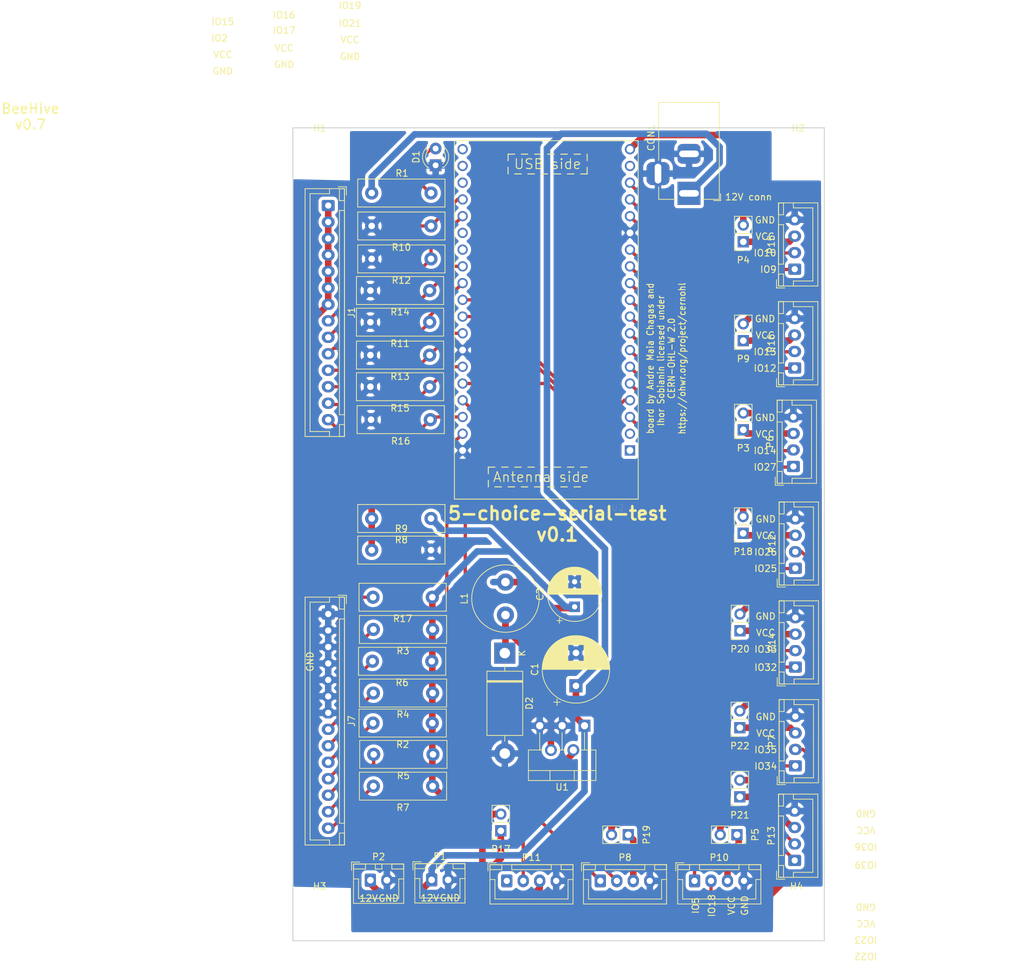
<source format=kicad_pcb>
(kicad_pcb (version 20221018) (generator pcbnew)
  (layers (0 "F.Cu" signal) (31 "B.Cu" signal) (34 "B.Paste" user) (35 "F.Paste" user) (36 "B.SilkS" user "B.Silkscreen") (37 "F.SilkS" user "F.Silkscreen") (38 "B.Mask" user) (39 "F.Mask" user) (44 "Edge.Cuts" user))
  (net 0 "")
  (net 1 "+12V")
  (net 2 "GND")
  (net 3 "+5V")
  (net 4 "Net-(D1-A)")
  (net 5 "Net-(D2-K)")
  (net 6 "+3V3")
  (net 7 "D5-4")
  (net 8 "D6-3")
  (net 9 "Net-(J7-Pin_8)")
  (net 10 "Net-(J7-Pin_9)")
  (net 11 "Net-(J7-Pin_10)")
  (net 12 "Net-(J7-Pin_11)")
  (net 13 "D1-3")
  (net 14 "D3-4")
  (net 15 "D1-4")
  (net 16 "D5-3")
  (net 17 "D3-3")
  (net 18 "Net-(J7-Pin_12)")
  (net 19 "D7-3")
  (net 20 "D7-4")
  (net 21 "A1-3")
  (net 22 "A1-4")
  (net 23 "TX")
  (net 24 "RX")
  (net 25 "D4-3")
  (net 26 "D4-4")
  (net 28 "D6-4")
  (net 29 "D8-3")
  (net 30 "D8-4")
  (net 31 "A2-3")
  (net 32 "A2-4")
  (net 33 "A3-3")
  (net 34 "A3-4")
  (net 35 "I2C_1-3")
  (net 36 "I2C_1-4")
  (net 37 "I2C_2-3")
  (net 38 "I2C_2-4")
  (net 45 "Net-(P3-Pin_1)")
  (net 46 "Net-(P10-Pin_3)")
  (net 47 "Net-(P11-Pin_3)")
  (net 48 "Net-(P12-Pin_3)")
  (net 51 "Net-(J7-Pin_13)")
  (net 52 "Net-(J7-Pin_14)")
  (net 53 "Net-(P15-Pin_3)")
  (net 54 "Net-(P16-Pin_3)")
  (net 55 "Net-(P19-Pin_1)")
  (net 56 "Net-(P14-Pin_3)")
  (net 57 "Net-(P13-Pin_3)")
  (net 58 "Net-(P22-Pin_1)")
  (footprint "Resistor_THT:R_Box_L13.0mm_W4.0mm_P9.00mm" (layer "F.Cu") (at 156.6 55.6 180)
    (fp_text reference "R10")
    (fp_text value "10k")
  )
  (footprint "Connector_JST:JST_XH_B4B-XH-A_1x04_P2.50mm_Vertical" (layer "F.Cu") (at 211.9 137.55 90)
    (fp_text reference "P7")
    (fp_text value "A1")
  )
  (footprint "Connector_PinSocket_2.54mm:PinSocket_1x02_P2.54mm_Vertical" (layer "F.Cu") (at 204 73 180)
    (fp_text reference "P9")
    (fp_text value "Conn_01x02")
  )
  (footprint "Resistor_THT:R_Box_L13.0mm_W4.0mm_P9.00mm" (layer "F.Cu") (at 156.6 50.6 180)
    (fp_text reference "R1")
    (fp_text value "560")
  )
  (footprint "Connector_PinSocket_2.54mm:PinSocket_1x02_P2.54mm_Vertical" (layer "F.Cu") (at 203.5 117.04 180)
    (fp_text reference "P20")
    (fp_text value "Conn_01x02")
  )
  (footprint "LED_THT:LED_D3.0mm" (layer "F.Cu") (at 157.3 46.39 90)
    (fp_text reference "D1")
    (fp_text value "LED")
  )
  (footprint "Connector_JST:JST_XH_B14B-XH-A_1x14_P2.50mm_Vertical" (layer "F.Cu") (at 141 52.5 -90)
    (fp_text reference "J1")
    (fp_text value "Conn_01x14_Socket")
  )
  (footprint "Connector_JST:JST_XH_B4B-XH-A_1x04_P2.50mm_Vertical" (layer "F.Cu") (at 211.9 122.55 90)
    (fp_text reference "P14")
    (fp_text value "A3")
  )
  (footprint "Connector_PinSocket_2.54mm:PinSocket_1x02_P2.54mm_Vertical" (layer "F.Cu") (at 203.475 131.75 180)
    (fp_text reference "P22")
    (fp_text value "Conn_01x02")
  )
  (footprint "Connector_PinSocket_2.54mm:PinSocket_1x02_P2.54mm_Vertical" (layer "F.Cu") (at 203.975 102.25 180)
    (fp_text reference "P18")
    (fp_text value "Conn_01x02")
  )
  (footprint "Resistor_THT:R_Box_L13.0mm_W4.0mm_P9.00mm" (layer "F.Cu") (at 156.85 116.84 180)
    (fp_text reference "R3")
    (fp_text value "47")
  )
  (footprint "Resistor_THT:R_Box_L13.0mm_W4.0mm_P9.00mm" (layer "F.Cu") (at 156.9 135.802 180)
    (fp_text reference "R5")
    (fp_text value "47")
  )
  (footprint "Resistor_THT:R_Box_L13.0mm_W4.0mm_P9.00mm" (layer "F.Cu") (at 156.5 85 180)
    (fp_text reference "R16")
    (fp_text value "10k")
  )
  (footprint "Connector_PinSocket_2.54mm:PinSocket_1x02_P2.54mm_Vertical" (layer "F.Cu") (at 203.04 148 -90)
    (fp_text reference "P5")
    (fp_text value "Conn_01x02")
  )
  (footprint "Resistor_THT:R_Box_L13.0mm_W4.0mm_P9.00mm" (layer "F.Cu") (at 156.6 60.6 180)
    (fp_text reference "R12")
    (fp_text value "10k")
  )
  (footprint "MountingHole:MountingHole_3.2mm_M3" (layer "F.Cu") (at 212.344 44.958)
    (fp_text reference "H2")
    (fp_text value "MountingHole")
  )
  (footprint "MountingHole:MountingHole_3.2mm_M3" (layer "F.Cu") (at 139.7 44.958)
    (fp_text reference "H1")
    (fp_text value "MountingHole")
  )
  (footprint "Connector_JST:JST_XH_B4B-XH-A_1x04_P2.50mm_Vertical" (layer "F.Cu") (at 168.1 155)
    (fp_text reference "P11")
    (fp_text value "D6")
  )
  (footprint "Resistor_THT:R_Box_L13.0mm_W4.0mm_P9.00mm" (layer "F.Cu") (at 156.8 131.052 180)
    (fp_text reference "R2")
    (fp_text value "47")
  )
  (footprint "Resistor_THT:R_Box_L13.0mm_W4.0mm_P9.00mm" (layer "F.Cu") (at 156.4 75.2 180)
    (fp_text reference "R13")
    (fp_text value "10k")
  )
  (footprint "MountingHole:MountingHole_3.2mm_M3" (layer "F.Cu") (at 139.7 160.02)
    (fp_text reference "H3")
    (fp_text value "MountingHole")
  )
  (footprint "Connector_JST:JST_XH_B2B-XH-A_1x02_P2.50mm_Vertical" (layer "F.Cu") (at 156.7 154.85)
    (fp_text reference "P1")
    (fp_text value "Conn_01x02")
  )
  (footprint "Inductor_THT:L_Radial_D10.0mm_P5.00mm_Fastron_07M" (layer "F.Cu") (at 167.9 114.65 90)
    (fp_text reference "L1")
    (fp_text value "33µH")
  )
  (footprint "Resistor_THT:R_Box_L13.0mm_W4.0mm_P9.00mm" (layer "F.Cu") (at 147.6 104.8)
    (fp_text reference "R9")
    (fp_text value "1k")
  )
  (footprint "Capacitor_THT:CP_Radial_D8.0mm_P3.80mm" (layer "F.Cu") (at 178.4 113.4 90)
    (fp_text reference "C2")
    (fp_text value "220µ")
  )
  (footprint "Connector_JST:JST_XH_B4B-XH-A_1x04_P2.50mm_Vertical" (layer "F.Cu") (at 211.9 107.55 90)
    (fp_text reference "P12")
    (fp_text value "D8")
  )
  (footprint "Connector_JST:JST_XH_B4B-XH-A_1x04_P2.50mm_Vertical" (layer "F.Cu") (at 211.8 77.15 90)
    (fp_text reference "P16")
    (fp_text value "I2C 2")
  )
  (footprint "Resistor_THT:R_Box_L13.0mm_W4.0mm_P9.00mm" (layer "F.Cu") (at 156.718 121.666 180)
    (fp_text reference "R6")
    (fp_text value "47")
  )
  (footprint "Connector_BarrelJack:BarrelJack_Horizontal" (layer "F.Cu") (at 195.7575 50.65 -90)
    (fp_text reference "CON1")
    (fp_text value "BARREL_JACK")
  )
  (footprint "Connector_JST:JST_XH_B4B-XH-A_1x04_P2.50mm_Vertical" (layer "F.Cu") (at 211.8 62.15 90)
    (fp_text reference "P15")
    (fp_text value "I2C 1")
  )
  (footprint "Resistor_THT:R_Box_L13.0mm_W4.0mm_P9.00mm" (layer "F.Cu") (at 156.4 80 180)
    (fp_text reference "R15")
    (fp_text value "10k")
  )
  (footprint "Connector_JST:JST_XH_B4B-XH-A_1x04_P2.50mm_Vertical" (layer "F.Cu") (at 196.6 155)
    (fp_text reference "P10")
    (fp_text value "D4")
  )
  (footprint "Capacitor_THT:CP_Radial_D10.0mm_P5.00mm" (layer "F.Cu") (at 178.6 125.4 90)
    (fp_text reference "C1")
    (fp_text value "680µ" hide)
  )
  (footprint "MountingHole:MountingHole_3.2mm_M3" (layer "F.Cu") (at 212.09 160.02)
    (fp_text reference "H4")
    (fp_text value "MountingHole")
  )
  (footprint "Connector_JST:JST_XH_B4B-XH-A_1x04_P2.50mm_Vertical" (layer "F.Cu") (at 211.8 151.9 90)
    (fp_text reference "P13")
    (fp_text value "A2")
  )
  (footprint "Connector_JST:JST_XH_B4B-XH-A_1x04_P2.50mm_Vertical" (layer "F.Cu") (at 211.6 92.1 90)
    (fp_text reference "P6")
    (fp_text value "D7")
  )
  (footprint "Resistor_THT:R_Box_L13.0mm_W4.0mm_P9.00mm" (layer "F.Cu") (at 156.85 140.628 180)
    (fp_text reference "R7")
    (fp_text value "47")
  )
  (footprint "Connector_PinSocket_2.54mm:PinSocket_1x02_P2.54mm_Vertical" (layer "F.Cu") (at 203.475 142.25 180)
    (fp_text reference "P21")
    (fp_text value "Conn_01x02")
  )
  (footprint "Package_TO_SOT_THT:TO-220-5_P3.4x3.7mm_StaggerOdd_Lead3.8mm_Vertical" (layer "F.Cu") (at 179.9 131.45 180)
    (fp_text reference "U1")
    (fp_text value "LM2596T-5")
  )
  (footprint "Resistor_THT:R_Box_L13.0mm_W4.0mm_P9.00mm" (layer "F.Cu") (at 156.6 100 180)
    (fp_text reference "R8")
    (fp_text value "560")
  )
  (footprint "Connector_JST:JST_XH_B2B-XH-A_1x02_P2.50mm_Vertical" (layer "F.Cu") (at 147.4 154.9)
    (fp_text reference "P2")
    (fp_text value "Conn_01x02")
  )
  (footprint "Resistor_THT:R_Box_L13.0mm_W4.0mm_P9.00mm" (layer "F.Cu") (at 156.8 111.95 180)
    (fp_text reference "R17")
    (fp_text value "47")
  )
  (footprint "Connector_JST:JST_XH_B4B-XH-A_1x04_P2.50mm_Vertical" (layer "F.Cu") (at 182.3 155)
    (fp_text reference "P8")
    (fp_text value "UART")
  )
  (footprint "Resistor_THT:R_Box_L13.0mm_W4.0mm_P9.00mm" (layer "F.Cu") (at 156.4 70.2 180)
    (fp_text reference "R11")
    (fp_text value "10k")
  )
  (footprint "Connector_PinSocket_2.54mm:PinSocket_1x02_P2.54mm_Vertical" (layer "F.Cu") (at 186.54 148 -90)
    (fp_text reference "P19")
    (fp_text value "Conn_01x02")
  )
  (footprint "Resistor_THT:R_Box_L13.0mm_W4.0mm_P9.00mm" (layer "F.Cu") (at 156.85 126.492 180)
    (fp_text reference "R4")
    (fp_text value "47")
  )
  (footprint "Connector_PinSocket_2.54mm:PinSocket_1x02_P2.54mm_Vertical" (layer "F.Cu") (at 167.2 147.4 180)
    (fp_text reference "P17")
    (fp_text value "Conn_01x02")
  )
  (footprint "Connector_PinSocket_2.54mm:PinSocket_1x02_P2.54mm_Vertical" (layer "F.Cu") (at 204 58 180)
    (fp_text reference "P4")
    (fp_text value "Conn_01x02")
  )
  (footprint "esp32:MODULE_ESP32-DEVKITC-32D" (layer "F.Cu") (at 174.1 69.91 180)
    (fp_text reference "U2")
    (fp_text value "ESP32-DEVKITC-32D")
  )
  (footprint "Resistor_THT:R_Box_L13.0mm_W4.0mm_P9.00mm" (layer "F.Cu") (at 156.4 65.4 180)
    (fp_text reference "R14")
    (fp_text value "10k")
  )
  (footprint "Connector_PinSocket_2.54mm:PinSocket_1x02_P2.54mm_Vertical" (layer "F.Cu") (at 204 86.54 180)
    (fp_text reference "P3")
    (fp_text value "Conn_01x02")
  )
  (footprint "Diode_THT:D_DO-201AD_P15.24mm_Horizontal" (layer "F.Cu") (at 167.8 120.43 -90)
    (fp_text reference "D2")
    (fp_text value "Schottky 5A")
  )
  (footprint "Connector_JST:JST_XH_B14B-XH-A_1x14_P2.50mm_Vertical" (layer "F.Cu") (at 141 114.5 -90)
    (fp_text reference "J7")
    (fp_text value "Conn_01x14_Socket")
  )
  (gr_line (start 175.3 95.2) (end 174.3 95.2) (stroke (width 0.15)) (layer "F.SilkS"))
  (gr_line (start 180.3 92.2) (end 179.3 92.2) (stroke (width 0.15)) (layer "F.SilkS"))
  (gr_line (start 170.3 92.2) (end 169.3 92.2) (stroke (width 0.15)) (layer "F.SilkS"))
  (gr_line (start 168.3 92.2) (end 167.3 92.2) (stroke (width 0.15)) (layer "F.SilkS"))
  (gr_line (start 169.3 44.7) (end 168.3 44.7) (stroke (width 0.15)) (layer "F.SilkS"))
  (gr_line (start 177.3 95.2) (end 176.3 95.2) (stroke (width 0.15)) (layer "F.SilkS"))
  (gr_line (start 170.3 47.7) (end 169.3 47.7) (stroke (width 0.15)) (layer "F.SilkS"))
  (gr_line (start 176.3 92.2) (end 175.3 92.2) (stroke (width 0.15)) (layer "F.SilkS"))
  (gr_line (start 179.3 44.7) (end 178.3 44.7) (stroke (width 0.15)) (layer "F.SilkS"))
  (gr_line (start 179.3 95.2) (end 178.3 95.2) (stroke (width 0.15)) (layer "F.SilkS"))
  (gr_line (start 180.3 47.7) (end 179.3 47.7) (stroke (width 0.15)) (layer "F.SilkS"))
  (gr_line (start 172.3 47.7) (end 171.3 47.7) (stroke (width 0.15)) (layer "F.SilkS"))
  (gr_line (start 180.3 46.7) (end 180.3 47.7) (stroke (width 0.15)) (layer "F.SilkS"))
  (gr_line (start 171.3 95.2) (end 170.3 95.2) (stroke (width 0.15)) (layer "F.SilkS"))
  (gr_line (start 165.3 94.2) (end 165.3 95.2) (stroke (width 0.15)) (layer "F.SilkS"))
  (gr_line (start 174.3 92.2) (end 173.3 92.2) (stroke (width 0.15)) (layer "F.SilkS"))
  (gr_line (start 175.3 44.7) (end 174.3 44.7) (stroke (width 0.15)) (layer "F.SilkS"))
  (gr_line (start 168.3 46.7) (end 168.3 47.7) (stroke (width 0.15)) (layer "F.SilkS"))
  (gr_line (start 177.3 44.7) (end 176.3 44.7) (stroke (width 0.15)) (layer "F.SilkS"))
  (gr_line (start 169.3 95.2) (end 168.3 95.2) (stroke (width 0.15)) (layer "F.SilkS"))
  (gr_line (start 173.3 95.2) (end 172.3 95.2) (stroke (width 0.15)) (layer "F.SilkS"))
  (gr_line (start 165.3 92.2) (end 165.3 93.2) (stroke (width 0.15)) (layer "F.SilkS"))
  (gr_line (start 180.3 44.7) (end 180.3 45.7) (stroke (width 0.15)) (layer "F.SilkS"))
  (gr_line (start 174.3 47.7) (end 173.3 47.7) (stroke (width 0.15)) (layer "F.SilkS"))
  (gr_line (start 176.3 47.7) (end 175.3 47.7) (stroke (width 0.15)) (layer "F.SilkS"))
  (gr_line (start 168.3 44.7) (end 168.3 45.7) (stroke (width 0.15)) (layer "F.SilkS"))
  (gr_line (start 167.3 95.2) (end 166.3 95.2) (stroke (width 0.15)) (layer "F.SilkS"))
  (gr_line (start 172.3 92.2) (end 171.3 92.2) (stroke (width 0.15)) (layer "F.SilkS"))
  (gr_line (start 173.3 44.7) (end 172.3 44.7) (stroke (width 0.15)) (layer "F.SilkS"))
  (gr_line (start 171.3 44.7) (end 170.3 44.7) (stroke (width 0.15)) (layer "F.SilkS"))
  (gr_line (start 178.3 47.7) (end 177.3 47.7) (stroke (width 0.15)) (layer "F.SilkS"))
  (gr_line (start 178.3 92.2) (end 177.3 92.2) (stroke (width 0.15)) (layer "F.SilkS"))
  (gr_line (start 166.3 92.2) (end 165.3 92.2) (stroke (width 0.15)) (layer "F.SilkS"))
  (gr_line (start 216.3 40.7) (end 216.3 164.084) (stroke (width 0.15)) (layer "Edge.Cuts"))
  (gr_line (start 135.636 40.7) (end 135.636 164.084) (stroke (width 0.15)) (layer "Edge.Cuts"))
  (gr_line (start 135.636 164.084) (end 216.276 164.084) (stroke (width 0.15)) (layer "Edge.Cuts"))
  (gr_line (start 135.636 40.7) (end 216.3 40.7) (stroke (width 0.15)) (layer "Edge.Cuts"))
  (gr_text "IO34" (at 207.4 137.6) (layer "F.SilkS") (effects (font (size 1 1))))
  (gr_text "IO17" (at 134.3 25.9) (layer "F.SilkS") (effects (font (size 1 1))))
  (gr_text "VCC" (at 144.3 27.35) (layer "F.SilkS") (effects (font (size 1 1))))
  (gr_text "GND" (at 222.6 144.75 180) (layer "F.SilkS") (effects (font (size 1 1))))
  (gr_text "IO13" (at 207.3 74.7) (layer "F.SilkS") (effects (font (size 1 1))))
  (gr_text "12V" (at 147.125 157.65) (layer "F.SilkS") (effects (font (size 1 1))))
  (gr_text "GND" (at 207.4 130.1) (layer "F.SilkS") (effects (font (size 1 1))))
  (gr_text "IO18" (at 199.216 158.76 90) (layer "F.SilkS") (effects (font (size 1 1))))
  (gr_text "12V" (at 156.425 157.6) (layer "F.SilkS") (effects (font (size 1 1))))
  (gr_text "GND" (at 207.4 100.1) (layer "F.SilkS") (effects (font (size 1 1))))
  (gr_text "IO26" (at 207.4 105.1) (layer "F.SilkS") (effects (font (size 1 1))))
  (gr_text "IO23" (at 222.6 163.95 180) (layer "F.SilkS") (effects (font (size 1 1))))
  (gr_text "VCC" (at 207.4 102.6) (layer "F.SilkS") (effects (font (size 1 1))))
  (gr_text "IO36" (at 222.6 149.8 180) (layer "F.SilkS") (effects (font (size 1 1))))
  (gr_text "GND" (at 207.3 54.7) (layer "F.SilkS") (effects (font (size 1 1))))
  (gr_text "GND" (at 144.3 29.9) (layer "F.SilkS") (effects (font (size 1 1))))
  (gr_text "IO12" (at 207.3 77.2) (layer "F.SilkS") (effects (font (size 1 1))))
  (gr_text "IO9" (at 207.8 62.2) (layer "F.SilkS") (effects (font (size 1 1))))
  (gr_text "VCC" (at 207.4 132.6) (layer "F.SilkS") (effects (font (size 1 1))))
  (gr_text "IO16" (at 134.3 23.6) (layer "F.SilkS") (effects (font (size 1 1))))
  (gr_text "BeeHive\nv0.7" (at 95.8 39) (layer "F.SilkS") (effects (font (size 1.5 1.5) (thickness 0.25))))
  (gr_text "IO15" (at 125 24.6) (layer "F.SilkS") (effects (font (size 1 1))))
  (gr_text "5-choice-serial-test\nv0.1\n" (at 175.768 100.838) (layer "F.SilkS") (effects (font (size 2 2) (thickness 0.4))))
  (gr_text "GND" (at 222.6 158.95 180) (layer "F.SilkS") (effects (font (size 1 1))))
  (gr_text "VCC" (at 207.3 57.2) (layer "F.SilkS") (effects (font (size 1 1))))
  (gr_text "IO21" (at 144.3 24.85) (layer "F.SilkS") (effects (font (size 1 1))))
  (gr_text "GND" (at 204.216 158.75 90) (layer "F.SilkS") (effects (font (size 1 1))))
  (gr_text "VCC" (at 207.3 87.2) (layer "F.SilkS") (effects (font (size 1 1))))
  (gr_text "VCC" (at 125 29.6) (layer "F.SilkS") (effects (font (size 1 1))))
  (gr_text "VCC" (at 202.216 158.75 90) (layer "F.SilkS") (effects (font (size 1 1))))
  (gr_text "VCC" (at 134.3 28.6) (layer "F.SilkS") (effects (font (size 1 1))))
  (gr_text "VCC" (at 222.6 147.3 180) (layer "F.SilkS") (effects (font (size 1 1))))
  (gr_text "GND" (at 138.25 121.725 90) (layer "F.SilkS") (effects (font (size 1 1))))
  (gr_text "IO33" (at 207.4 119.85) (layer "F.SilkS") (effects (font (size 1 1))))
  (gr_text "IO14" (at 207.3 89.7) (layer "F.SilkS") (effects (font (size 1 1))))
  (gr_text "IO19" (at 144.3 22.15) (layer "F.SilkS") (effects (font (size 1 1))))
  (gr_text "IO22" (at 222.6 166.45 180) (layer "F.SilkS") (effects (font (size 1 1))))
  (gr_text "GND" (at 207.375 114.85) (layer "F.SilkS") (effects (font (size 1 1))))
  (gr_text "IO25" (at 207.4 107.6) (layer "F.SilkS") (effects (font (size 1 1))))
  (gr_text "VCC" (at 222.6 161.45 180) (layer "F.SilkS") (effects (font (size 1 1))))
  (gr_text "USB side" (at 174.3 46.2) (layer "F.SilkS") (effects (font (size 1.5 1.5))))
  (gr_text "GND" (at 134.3 31.1) (layer "F.SilkS") (effects (font (size 1 1))))
  (gr_text "IO27" (at 207.3 92.2) (layer "F.SilkS") (effects (font (size 1 1))))
  (gr_text "GND" (at 159.475 157.6) (layer "F.SilkS") (effects (font (size 1 1))))
  (gr_text "IO5" (at 196.766 158.75 90) (layer "F.SilkS") (effects (font (size 1 1))))
  (gr_text "GND" (at 207.3 84.7) (layer "F.SilkS") (effects (font (size 1 1))))
  (gr_text "IO32" (at 207.4 122.6) (layer "F.SilkS") (effects (font (size 1 1))))
  (gr_text "GND" (at 207.3 69.7) (layer "F.SilkS") (effects (font (size 1 1))))
  (gr_text "VCC" (at 207.3 72.2) (layer "F.SilkS") (effects (font (size 1 1))))
  (gr_text "Antenna side" (at 173.3 93.7) (layer "F.SilkS") (effects (font (size 1.5 1.5))))
  (gr_text "12V conn" (at 204.8 51.2) (layer "F.SilkS") (effects (font (size 1 1))))
  (gr_text "GND" (at 150.175 157.65) (layer "F.SilkS") (effects (font (size 1 1))))
  (gr_text "board by Andre Maia Chagas and\nIhor Sobianin licensed under \nCERN-OHL-W 2.0\nhttps://ohwr.org/project/cernohl" (at 192.3 75.7 90) (layer "F.SilkS") (effects (font (size 1 0.9))))
  (gr_text "IO35" (at 207.4 135.1) (layer "F.SilkS") (effects (font (size 1 1))))
  (gr_text "GND" (at 125 32.1) (layer "F.SilkS") (effects (font (size 1 1))))
  (gr_text "IO10" (at 207.3 59.7) (layer "F.SilkS") (effects (font (size 1 1))))
  (gr_text "IO39" (at 222.6 152.55 180) (layer "F.SilkS") (effects (font (size 1 1))))
  (gr_text "IO2" (at 124.5 27.1) (layer "F.SilkS") (effects (font (size 1 1))))
  (gr_text "VCC" (at 207.375 117.35) (layer "F.SilkS") (effects (font (size 1 1))))
  (segment (start 147.4 155.4) (end 149.3 157.3) (width 1) (layer "F.Cu") (net 1))
  (segment (start 180.3 131.05) (end 179.9 131.45) (width 1) (layer "F.Cu") (net 1))
  (segment (start 149.3 157.3) (end 154.25 157.3) (width 1) (layer "F.Cu") (net 1))
  (segment (start 154.25 157.3) (end 156.7 154.85) (width 1) (layer "F.Cu") (net 1))
  (segment (start 147.4 154.9) (end 147.4 155.4) (width 1) (layer "F.Cu") (net 1))
  (segment (start 178.6 130.15) (end 179.9 131.45) (width 1) (layer "F.Cu") (net 1))
  (segment (start 178.6 125.4) (end 178.6 130.15) (width 1) (layer "F.Cu") (net 1))
  (segment (start 176.4 41.6) (end 174.2 43.8) (width 1) (layer "B.Cu") (net 1))
  (segment (start 200.4 43.6) (end 200.4 46.0075) (width 1) (layer "B.Cu") (net 1))
  (segment (start 147.6 50.6) (end 147.6 48.2) (width 1) (layer "B.Cu") (net 1))
  (segment (start 179.9 141.41) (end 170.18 151.13) (width 1) (layer "B.Cu") (net 1))
  (segment (start 176.4 41.6) (end 198.4 41.6) (width 1) (layer "B.Cu") (net 1))
  (segment (start 154.1 41.7) (end 176.3 41.7) (width 1) (layer "B.Cu") (net 1))
  (segment (start 178.75 125.55) (end 178.6 125.4) (width 1) (layer "B.Cu") (net 1))
  (segment (start 156.7 153.18) (end 156.7 154.85) (width 1) (layer "B.Cu") (net 1))
  (segment (start 147.6 48.2) (end 154.1 41.7) (width 1) (layer "B.Cu") (net 1))
  (segment (start 174.2 95.8) (end 183 104.6) (width 1) (layer "B.Cu") (net 1))
  (segment (start 183 104.6) (end 183 121) (width 1) (layer "B.Cu") (net 1))
  (segment (start 176.3 41.7) (end 176.4 41.6) (width 1) (layer "B.Cu") (net 1))
  (segment (start 200.4 46.0075) (end 195.7575 50.65) (width 1) (layer "B.Cu") (net 1))
  (segment (start 158.75 151.13) (end 156.7 153.18) (width 1) (layer "B.Cu") (net 1))
  (segment (start 174.2 43.8) (end 174.2 95.8) (width 1) (layer "B.Cu") (net 1))
  (segment (start 170.18 151.13) (end 158.75 151.13) (width 1) (layer "B.Cu") (net 1))
  (segment (start 183 121) (end 178.6 125.4) (width 1) (layer "B.Cu") (net 1))
  (segment (start 179.9 131.45) (end 179.9 141.41) (width 1) (layer "B.Cu") (net 1))
  (segment (start 198.4 41.6) (end 200.4 43.6) (width 1) (layer "B.Cu") (net 1))
  (segment (start 215.4 114) (end 215.4 113.9) (width 1) (layer "F.Cu") (net 3))
  (segment (start 172 123) (end 174.8 125.8) (width 1) (layer "F.Cu") (net 3))
  (segment (start 215.4 130.5) (end 215.4 130.4) (width 1) (layer "F.Cu") (net 3))
  (segment (start 204 84) (end 206.068 84) (width 1) (layer "F.Cu") (net 3))
  (segment (start 215.4 142.5) (end 215.4 130.5) (width 1) (layer "F.Cu") (net 3))
  (segment (start 205.5 146) (end 208.15 148.65) (width 1) (layer "F.Cu") (net 3))
  (segment (start 174.8 125.8) (end 174.8 135.15) (width 1) (layer "F.Cu") (net 3))
  (segment (start 164.4 158.4) (end 165.4 159.4) (width 1) (layer "F.Cu") (net 3))
  (segment (start 213.614 67.818) (end 206.642 67.818) (width 1) (layer "F.Cu") (net 3))
  (segment (start 214.3 51.2) (end 215.3 52.2) (width 1) (layer "F.Cu") (net 3))
  (segment (start 172 111.4) (end 172 113.4) (width 1) (layer "F.Cu") (net 3))
  (segment (start 208.15 157.05) (end 207 158.2) (width 1) (layer "F.Cu") (net 3))
  (segment (start 178.4 113.4) (end 178.4 113.6) (width 1) (layer "F.Cu") (net 3))
  (segment (start 203.975 99.71) (end 203.975 98) (width 1) (layer "F.Cu") (net 3))
  (segment (start 213.249 50.149) (end 214.3 51.2) (width 1) (layer "F.Cu") (net 3))
  (segment (start 194.31 158.2) (end 191.77 155.66) (width 1) (layer "F.Cu") (net 3))
  (segment (start 188.95 41.8) (end 202.692 41.8) (width 1) (layer "F.Cu") (net 3))
  (segment (start 165.4 159.4) (end 182.9 159.4) (width 1) (layer "F.Cu") (net 3))
  (segment (start 167.2 144.86) (end 161.06 144.86) (width 1) (layer "F.Cu") (net 3))
  (segment (start 187.96 144.78) (end 186.017919 144.78) (width 1) (layer "F.Cu") (net 3))
  (segment (start 191.77 148.59) (end 187.96 144.78) (width 1) (layer "F.Cu") (net 3))
  (segment (start 212.63 49.53) (end 208.28 49.53) (width 1) (layer "F.Cu") (net 3))
  (segment (start 215.4 130.5) (end 215.4 128.6) (width 1) (layer "F.Cu") (net 3))
  (segment (start 208.15 157.05) (end 208.202 157.05) (width 1) (layer "F.Cu") (net 3))
  (segment (start 215.3 82.2) (end 215.3 95.5) (width 1) (layer "F.Cu") (net 3))
  (segment (start 165.997919 144.86) (end 164.4 146.457919) (width 1) (layer "F.Cu") (net 3))
  (segment (start 215.3 95.5) (end 215.4 95.6) (width 1) (layer "F.Cu") (net 3))
  (segment (start 215.3 52.2) (end 215.3 58.2) (width 1) (layer "F.Cu") (net 3))
  (segment (start 172 116.8) (end 172 123) (width 1) (layer "F.Cu") (net 3))
  (segment (start 156.8 111.95) (end 156.8 140.6) (width 1) (layer "F.Cu") (net 3))
  (segment (start 214 112.5) (end 205.5 112.5) (width 1) (layer "F.Cu") (net 3))
  (segment (start 215.4 142.4) (end 213.7 140.7) (width 1) (layer "F.Cu") (net 3))
  (segment (start 191.77 155.66) (end 191.77 148.59) (width 1) (layer "F.Cu") (net 3))
  (segment (start 215.4 126.1) (end 215.4 115.2) (width 1) (layer "F.Cu") (net 3))
  (segment (start 215.4 115.2) (end 215.4 114) (width 1) (layer "F.Cu") (net 3))
  (segment (start 215.4 142.5) (end 215.4 142.4) (width 1) (layer "F.Cu") (net 3))
  (segment (start 170.2 109.65) (end 170.25 109.65) (width 1) (layer "F.Cu") (net 3))
  (segment (start 182.9 159.4) (end 184.1 158.2) (width 1) (layer "F.Cu") (net 3))
  (segment (start 215.4 127.6) (end 215.4 125.6) (width 1) (layer "F.Cu") (net 3))
  (segment (start 161.06 144.86) (end 159.6 143.4) (width 1) (layer "F.Cu") (net 3))
  (segment (start 206.642 67.818) (end 204 70.46) (width 1) (layer "F.Cu") (net 3))
  (segment (start 215.4 130.4) (end 212.5 127.5) (width 1) (layer "F.Cu") (net 3))
  (segment (start 184 146.797919) (end 184 148) (width 1) (layer "F.Cu") (net 3))
  (segment (start 175.2 113.6) (end 172 116.8) (width 1) (layer "F.Cu") (net 3))
  (segment (start 164.4 146.457919) (end 164.4 158.4) (width 1) (layer "F.Cu") (net 3))
  (segment (start 215.3 70.866) (end 215.3 73) (width 1) (layer "F.Cu") (net 3))
  (segment (start 212.5 127.5) (end 205.185 127.5) (width 1) (layer "F.Cu") (net 3))
  (segment (start 201.297919 146) (end 205.5 146) (width 1) (layer "F.Cu") (net 3))
  (segment (start 208.28 49.53) (end 207.01 49.53) (width 1) (layer "F.Cu") (net 3))
  (segment (start 214.4 96.6) (end 215.1 97.3) (width 1) (layer "F.Cu") (net 3))
  (segment (start 156.8 140.6) (end 159.6 143.4) (width 1) (layer "F.Cu") (net 3))
  (segment (start 186.017919 144.78) (end 184 146.797919) (width 1) (layer "F.Cu") (net 3))
  (segment (start 213.249 50.149) (end 212.63 49.53) (width 1) (layer "F.Cu") (net 3))
  (segment (start 208.202 157.05) (end 210.566 154.686) (width 1) (layer "F.Cu") (net 3))
  (segment (start 215.4 113.9) (end 214 112.5) (width 1) (layer "F.Cu") (net 3))
  (segment (start 184.1 158.2) (end 193.6 158.2) (width 1) (layer "F.Cu") (net 3))
  (segment (start 203.975 98) (end 205.375 96.6) (width 1) (layer "F.Cu") (net 3))
  (segment (start 215.4 97.6) (end 215.4 95.6) (width 1) (layer "F.Cu") (net 3))
  (segment (start 207 158.2) (end 194.31 158.2) (width 1) (layer "F.Cu") (net 3))
  (segment (start 200.5 148) (end 200.5 146.797919) (width 1) (layer "F.Cu") (net 3))
  (segment (start 214.4 96.6) (end 215.4 95.6) (width 1) (layer "F.Cu") (net 3))
  (segment (start 215.3 73) (end 215.3 80.2) (width 1) (layer "F.Cu") (net 3))
  (segment (start 213.914 154.686) (end 215.4 153.2) (width 1) (layer "F.Cu") (net 3))
  (segment (start 214.4 96.6) (end 205.375 96.6) (width 1) (layer "F.Cu") (net 3))
  (segment (start 215.4 114) (end 215.4 110.1) (width 1) (layer "F.Cu") (net 3))
  (segment (start 215.3 67.2) (end 215.3 65.2) (width 1) (layer "F.Cu") (net 3))
  (segment (start 205.5 112.5) (end 203.5 114.5) (width 1) (layer "F.Cu") (net 3))
  (segment (start 215.4 97.6) (end 215.4 110.1) (width 1) (layer "F.Cu") (net 3))
  (segment (start 207.2 140.7) (end 206.21 139.71) (width 1) (layer "F.Cu") (net 3))
  (segment (start 206.068 84) (end 208.868 81.2) (width 1) (layer "F.Cu") (net 3))
  (segment (start 215.3 82.2) (end 215.3 80.2) (width 1) (layer "F.Cu") (net 3))
  (segment (start 215.1 97.3) (end 215.4 97.6) (width 1) (layer "F.Cu") (net 3))
  (segment (start 167.9 109.65) (end 170.2 109.65) (width 1) (layer "F.Cu") (net 3))
  (segment (start 205.232 44.34) (end 202.692 41.8) (width 1) (layer "F.Cu") (net 3))
  (segment (start 214.3 81.2) (end 215.3 82.2) (width 1) (layer "F.Cu") (net 3))
  (segment (start 194.31 158.2) (end 193.6 158.2) (width 1) (layer "F.Cu") (net 3))
  (segment (start 170.25 109.65) (end 172 111.4) (width 1) (layer "F.Cu") (net 3))
  (segment (start 215.3 58.2) (end 215.3 65.2) (width 1) (layer "F.Cu") (net 3))
  (segment (start 205.232 46.482) (end 205.232 44.34) (width 1) (layer "F.Cu") (net 3))
  (segment (start 215.3 69.504) (end 213.614 67.818) (width 1) (layer "F.Cu") (net 3))
  (segment (start 215.3 67.2) (end 215.3 70.866) (width 1) (layer "F.Cu") (net 3))
  (segment (start 215.3 80.2) (end 214.3 81.2) (width 1) (layer "F.Cu") (net 3))
  (segment (start 215.4 127.6) (end 215.4 128.6) (width 1) (layer "F.Cu") (net 3))
  (segment (start 200.5 146.797919) (end 201.297919 146) (width 1) (layer "F.Cu") (net 3))
  (segment (start 208.28 49.53) (end 205.232 46.482) (width 1) (layer "F.Cu") (net 3))
  (segment (start 210.566 154.686) (end 213.914 154.686) (width 1) (layer "F.Cu") (net 3))
  (segment (start 167.2 144.86) (end 165.997919 144.86) (width 1) (layer "F.Cu") (net 3))
  (segment (start 208.15 148.65) (end 208.15 157.05) (width 1) (layer "F.Cu") (net 3))
  (segment (start 207.01 49.53) (end 204 52.54) (width 1) (layer "F.Cu") (net 3))
  (segment (start 178.4 113.6) (end 175.2 113.6) (width 1) (layer "F.Cu") (net 3))
  (segment (start 186.8 43.95) (end 188.95 41.8) (width 1) (layer "F.Cu") (net 3))
  (segment (start 208.868 81.2) (end 214.3 81.2) (width 1) (layer "F.Cu") (net 3))
  (segment (start 172 113.4) (end 172 116.8) (width 1) (layer "F.Cu") (net 3))
  (segment (start 213.7 140.7) (end 207.2 140.7) (width 1) (layer "F.Cu") (net 3))
  (segment (start 205.185 127.5) (end 203.475 129.21) (width 1) (layer "F.Cu") (net 3))
  (segment (start 215.4 153.2) (end 215.4 142.5) (width 1) (layer "F.Cu") (net 3))
  (segment (start 206.21 139.71) (end 203.475 139.71) (width 1) (layer "F.Cu") (net 3))
  (segment (start 215.3 70.866) (end 215.3 69.504) (width 1) (layer "F.Cu") (net 3))
  (segment (start 204 52.54) (end 204 55.46) (width 1) (layer "F.Cu") (net 3))
  (segment (start 186.77 43.98) (end 186.8 43.95) (width 0.5) (layer "B.Cu") (net 3))
  (segment (start 159.1 109.5) (end 163.6 105) (width 1) (layer "B.Cu") (net 3))
  (segment (start 167.9 109.65) (end 166.05 109.65) (width 1) (layer "B.Cu") (net 3))
  (segment (start 177 113.4) (end 168.6 105) (width 1) (layer "B.Cu") (net 3))
  (segment (start 157.9 101.5) (end 157.9 101.3) (width 1) (layer "B.Cu") (net 3))
  (segment (start 178.4 113.4) (end 177 113.4) (width 1) (layer "B.Cu") (net 3))
  (segment (start 159.1 109.65) (end 159.1 109.5) (width 1) (layer "B.Cu") (net 3))
  (segment (start 158.45 101.85) (end 157.9 101.3) (width 1) (layer "B.Cu") (net 3))
  (segment (start 157.9 101.3) (end 156.6 100) (width 1) (layer "B.Cu") (net 3))
  (segment (start 159.1 109.65) (end 156.8 111.95) (width 1) (layer "B.Cu") (net 3))
  (segment (start 163.6 105) (end 168.6 105) (width 1) (layer "B.Cu") (net 3))
  (segment (start 168.6 105) (end 165.45 101.85) (width 1) (layer "B.Cu") (net 3))
  (segment (start 165.45 101.85) (end 158.45 101.85) (width 1) (layer "B.Cu") (net 3))
  (segment (start 155.3 45.2) (end 156.565 43.935) (width 0.5) (layer "F.Cu") (net 4))
  (segment (start 155.3 49.45) (end 155.3 45.2) (width 0.5) (layer "F.Cu") (net 4))
  (segment (start 157.3 50.7) (end 156.55 50.7) (width 0.5) (layer "F.Cu") (net 4))
  (segment (start 156.565 43.935) (end 157.3 43.935) (width 0.5) (layer "F.Cu") (net 4))
  (segment (start 156.55 50.7) (end 155.3 49.45) (width 0.5) (layer "F.Cu") (net 4))
  (segment (start 170.8 119.6) (end 167.9 116.7) (width 1) (layer "F.Cu") (net 5))
  (segment (start 167.9 114.65) (end 167.9 120.33) (width 1) (layer "F.Cu") (net 5))
  (segment (start 174 137.2) (end 170.8 134) (width 1) (layer "F.Cu") (net 5))
  (segment (start 170.8 134) (end 170.8 119.6) (width 1) (layer "F.Cu") (net 5))
  (segment (start 178.2 135.15) (end 178.2 135.6) (width 1) (layer "F.Cu") (net 5))
  (segment (start 167.9 120.33) (end 167.8 120.43) (width 1) (layer "F.Cu") (net 5))
  (segment (start 178.2 135.6) (end 176.6 137.2) (width 1) (layer "F.Cu") (net 5))
  (segment (start 167.9 116.7) (end 167.9 114.65) (width 1) (layer "F.Cu") (net 5))
  (segment (start 176.6 137.2) (end 174 137.2) (width 1) (layer "F.Cu") (net 5))
  (segment (start 141 67.5) (end 141 52.5) (width 1) (layer "F.Cu") (net 6))
  (segment (start 147.6 100) (end 147.6 104.8) (width 1) (layer "F.Cu") (net 6))
  (segment (start 147.6 100) (end 147.6 96.8) (width 1) (layer "F.Cu") (net 6))
  (segment (start 147.6 96.8) (end 138.43 87.63) (width 1) (layer "F.Cu") (net 6))
  (segment (start 138.43 87.63) (end 138.43 70.07) (width 1) (layer "F.Cu") (net 6))
  (segment (start 138.43 70.07) (end 141 67.5) (width 1) (layer "F.Cu") (net 6))
  (segment (start 141.2 82.7) (end 141 82.5) (width 0.5) (layer "F.Cu") (net 7))
  (segment (start 159.43 76.97) (end 156.4 80) (width 0.5) (layer "F.Cu") (net 7))
  (segment (start 161.4 76.97) (end 159.43 76.97) (width 0.5) (layer "F.Cu") (net 7))
  (segment (start 153.7 82.7) (end 141.2 82.7) (width 0.5) (layer "F.Cu") (net 7))
  (segment (start 161.4 77) (end 161.4 77.1) (width 0.5) (layer "F.Cu") (net 7))
  (segment (start 156.4 80) (end 153.7 82.7) (width 0.5) (layer "F.Cu") (net 7))
  (segment (start 156.91 84.59) (end 156.5 85) (width 0.5) (layer "F.Cu") (net 8))
  (segment (start 154.5 87) (end 143 87) (width 0.5) (layer "F.Cu") (net 8))
  (segment (start 143 87) (end 141 85) (width 0.5) (layer "F.Cu") (net 8))
  (segment (start 161.4 84.59) (end 156.91 84.59) (width 0.5) (layer "F.Cu") (net 8))
  (segment (start 156.5 85) (end 154.5 87) (width 0.5) (layer "F.Cu") (net 8))
  (segment (start 147.8 111.95) (end 146.15 111.95) (width 0.5) (layer "F.Cu") (net 9))
  (segment (start 142.494 115.606) (end 146.15 111.95) (width 0.5) (layer "F.Cu") (net 9))
  (segment (start 141 132) (end 142.494 130.506) (width 0.5) (layer "F.Cu") (net 9))
  (segment (start 142.494 130.506) (end 142.494 115.606) (width 0.5) (layer "F.Cu") (net 9))
  (segment (start 143.51 131.99) (end 141 134.5) (width 0.5) (layer "F.Cu") (net 10))
  (segment (start 143.51 121.18) (end 143.51 131.99) (width 0.5) (layer "F.Cu") (net 10))
  (segment (start 147.85 116.84) (end 143.51 121.18) (width 0.5) (layer "F.Cu") (net 10))
  (segment (start 144.21 133.79) (end 141 137) (width 0.5) (layer "F.Cu") (net 11))
  (segment (start 147.718 121.666) (end 144.21 125.174) (width 0.5) (layer "F.Cu") (net 11))
  (segment (start 144.21 125.174) (end 144.21 133.79) (width 0.5) (layer "F.Cu") (net 11))
  (segment (start 147.85 126.492) (end 144.91 129.432) (width 0.5) (layer "F.Cu") (net 12))
  (segment (start 144.91 135.59) (end 141 139.5) (width 0.5) (layer "F.Cu") (net 12))
  (segment (start 144.91 129.432) (end 144.91 135.59) (width 0.5) (layer "F.Cu") (net 12))
  (segment (start 156.6 55.6) (end 160.63 51.57) (width 0.5) (layer "F.Cu") (net 13))
  (segment (start 143 62) (end 143 68) (width 0.5) (layer "F.Cu") (net 13))
  (segment (start 151.4 55.6) (end 149 58) (width 0.5) (layer "F.Cu") (net 13))
  (segment (start 160.63 51.57) (end 161.4 51.57) (width 0.5) (layer "F.Cu") (net 13))
  (segment (start 143 68) (end 141 70) (width 0.5) (layer "F.Cu") (net 13))
  (segment (start 147 58) (end 143 62) (width 0.5) (layer "F.Cu") (net 13))
  (segment (start 156.6 55.6) (end 151.4 55.6) (width 0.5) (layer "F.Cu") (net 13))
  (segment (start 149 58) (end 147 58) (width 0.5) (layer "F.Cu") (net 13))
  (segment (start 161.4 64.3) (end 161.2 64.3) (width 0.5) (layer "F.Cu") (net 14))
  (segment (start 145.5 77.5) (end 141 77.5) (width 0.5) (layer "F.Cu") (net 14))
  (segment (start 156.4 70.2) (end 152 74.6) (width 0.5) (layer "F.Cu") (net 14))
  (segment (start 161.4 64.27) (end 156.4 69.27) (width 0.5) (layer "F.Cu") (net 14))
  (segment (start 152 74.6) (end 152 75) (width 0.5) (layer "F.Cu") (net 14))
  (segment (start 152 75) (end 149 78) (width 0.5) (layer "F.Cu") (net 14))
  (segment (start 146 78) (end 145.5 77.5) (width 0.5) (layer "F.Cu") (net 14))
  (segment (start 156.4 69.27) (end 156.4 70.2) (width 0.5) (layer "F.Cu") (net 14))
  (segment (start 149 78) (end 146 78) (width 0.5) (layer "F.Cu") (net 14))
  (segment (start 145.5 68) (end 141 72.5) (width 0.5) (layer "F.Cu") (net 15))
  (segment (start 148 68) (end 145.5 68) (width 0.5) (layer "F.Cu") (net 15))
  (segment (start 153.2 64) (end 152 64) (width 0.5) (layer "F.Cu") (net 15))
  (segment (start 156.6 60.6) (end 153.2 64) (width 0.5) (layer "F.Cu") (net 15))
  (segment (start 156.6 58.91) (end 156.6 60.6) (width 0.5) (layer "F.Cu") (net 15))
  (segment (start 152 64) (end 148 68) (width 0.5) (layer "F.Cu") (net 15))
  (segment (start 161.4 54.11) (end 156.6 58.91) (width 0.5) (layer "F.Cu") (net 15))
  (segment (start 149.6 82) (end 145 82) (width 0.5) (layer "F.Cu") (net 16))
  (segment (start 159.71 71.89) (end 156.4 75.2) (width 0.5) (layer "F.Cu") (net 16))
  (segment (start 145 82) (end 143 80) (width 0.5) (layer "F.Cu") (net 16))
  (segment (start 143 80) (end 141 80) (width 0.5) (layer "F.Cu") (net 16))
  (segment (start 161.4 71.89) (end 159.71 71.89) (width 0.5) (layer "F.Cu") (net 16))
  (segment (start 156.4 75.2) (end 150.2 81.4) (width 0.5) (layer "F.Cu") (net 16))
  (segment (start 150.2 81.4) (end 149.6 82) (width 0.5) (layer "F.Cu") (net 16))
  (segment (start 160.07 61.73) (end 156.4 65.4) (width 0.5) (layer "F.Cu") (net 17))
  (segment (start 141.85 74.15) (end 141 75) (width 0.5) (layer "F.Cu") (net 17))
  (segment (start 144.4 72.8) (end 149 72.8) (width 0.5) (layer "F.Cu") (net 17))
  (segment (start 161.4 61.73) (end 160.07 61.73) (width 0.5) (layer "F.Cu") (net 17))
  (segment (start 161.4 61.76) (end 161.24 61.76) (width 0.5) (layer "F.Cu") (net 17))
  (segment (start 143.05 74.15) (end 144.4 72.8) (width 0.5) (layer "F.Cu") (net 17))
  (segment (start 149 72.8) (end 156.4 65.4) (width 0.5) (layer "F.Cu") (net 17))
  (segment (start 143.05 74.15) (end 141.85 74.15) (width 0.5) (layer "F.Cu") (net 17))
  (segment (start 145.61 133.242) (end 145.61 137.39) (width 0.5) (layer "F.Cu") (net 18))
  (segment (start 147.8 131.052) (end 145.61 133.242) (width 0.5) (layer "F.Cu") (net 18))
  (segment (start 145.61 137.39) (end 141 142) (width 0.5) (layer "F.Cu") (net 18))
  (segment (start 198.3 89.7) (end 211.8 89.7) (width 0.5) (layer "F.Cu") (net 19))
  (segment (start 196.8 71.76) (end 196.8 88.2) (width 0.5) (layer "F.Cu") (net 19))
  (segment (start 196.8 88.2) (end 198.3 89.7) (width 0.5) (layer "F.Cu") (net 19))
  (segment (start 186.8 61.76) (end 196.8 71.76) (width 0.5) (layer "F.Cu") (net 19))
  (segment (start 195.8 90.2) (end 197.8 92.2) (width 0.5) (layer "F.Cu") (net 20))
  (segment (start 195.8 73.3) (end 195.8 90.2) (width 0.5) (layer "F.Cu") (net 20))
  (segment (start 186.8 64.3) (end 195.8 73.3) (width 0.5) (layer "F.Cu") (net 20))
  (segment (start 197.8 92.2) (end 211.8 92.2) (width 0.5) (layer "F.Cu") (net 20))
  (segment (start 186.8 77) (end 190.8 81) (width 0.5) (layer "F.Cu") (net 21))
  (segment (start 205.55 137.55) (end 211.9 137.55) (width 0.5) (layer "F.Cu") (net 21))
  (segment (start 200.5 132.5) (end 205.55 137.55) (width 0.5) (layer "F.Cu") (net 21))
  (segment (start 190.8 81) (end 190.8 112.96005) (width 0.5) (layer "F.Cu") (net 21))
  (segment (start 200.5 122.66005) (end 200.5 132.5) (width 0.5) (layer "F.Cu") (net 21))
  (segment (start 190.8 112.96005) (end 200.5 122.66005) (width 0.5) (layer "F.Cu") (net 21))
  (segment (start 211.9 137.55) (end 211.65 137.8) (width 0.5) (layer "F.Cu") (net 21))
  (segment (start 199.5 132.48995) (end 199.5 123) (width 0.5) (layer "F.Cu") (net 22))
  (segment (start 209.625 138.825) (end 209.3 138.5) (width 0.5) (layer "F.Cu") (net 22))
  (segment (start 210.4 139.6) (end 213 139.6) (width 0.5) (layer "F.Cu") (net 22))
  (segment (start 209.3 138.5) (end 205.51005 138.5) (width 0.5) (layer "F.Cu") (net 22))
  (segment (start 205.51005 138.5) (end 199.5 132.48995) (width 0.5) (layer "F.Cu") (net 22))
  (segment (start 209.625 138.8) (end 209.625 138.825) (width 0.5) (layer "F.Cu") (net 22))
  (segment (start 213.05 135.05) (end 211.9 135.05) (width 0.5) (layer "F.Cu") (net 22))
  (segment (start 189.8 82.54) (end 186.8 79.54) (width 0.5) (layer "F.Cu") (net 22))
  (segment (start 209.625 138.825) (end 210.4 139.6) (width 0.5) (layer "F.Cu") (net 22))
  (segment (start 199.5 123) (end 189.8 113.3) (width 0.5) (layer "F.Cu") (net 22))
  (segment (start 213.8 135.8) (end 213.05 135.05) (width 0.5) (layer "F.Cu") (net 22))
  (segment (start 213.8 138.8) (end 213.8 135.8) (width 0.5) (layer "F.Cu") (net 22))
  (segment (start 189.8 113.3) (end 189.8 82.54) (width 0.5) (layer "F.Cu") (net 22))
  (segment (start 213 139.6) (end 213.8 138.8) (width 0.5) (layer "F.Cu") (net 22))
  (segment (start 161.4 82.05) (end 164.4 85.05) (width 0.5) (layer "F.Cu") (net 23))
  (segment (start 161.8 134.5) (end 182.3 155) (width 0.5) (layer "F.Cu") (net 23))
  (segment (start 164.4 85.05) (end 164.4 97.2) (width 0.5) (layer "F.Cu") (net 23))
  (segment (start 164.4 97.2) (end 161.8 99.8) (width 0.5) (layer "F.Cu") (net 23))
  (segment (start 161.8 99.8) (end 161.8 134.5) (width 0.5) (layer "F.Cu") (net 23))
  (segment (start 185.9 141.76) (end 181.61 146.05) (width 0.5) (layer "F.Cu") (net 24))
  (segment (start 185.9 101.1) (end 185.9 141.76) (width 0.5) (layer "F.Cu") (net 24))
  (segment (start 181.61 146.05) (end 181.61 151.81) (width 0.5) (layer "F.Cu") (net 24))
  (segment (start 181.61 151.81) (end 184.8 155) (width 0.5) (layer "F.Cu") (net 24))
  (segment (start 183.1 98.3) (end 185.9 101.1) (width 0.5) (layer "F.Cu") (net 24))
  (segment (start 174.3301 79.51) (end 183.1 88.2799) (width 0.5) (layer "F.Cu") (net 24))
  (segment (start 183.1 88.2799) (end 183.1 98.3) (width 0.5) (layer "F.Cu") (net 24))
  (segment (start 161.4 79.51) (end 174.3301 79.51) (width 0.5) (layer "F.Cu") (net 24))
  (segment (start 161.4 66.81) (end 163.61 66.81) (width 0.5) (layer "F.Cu") (net 25))
  (segment (start 163.61 66.81) (end 184.5 87.7) (width 0.5) (layer "F.Cu") (net 25))
  (segment (start 184.5 97.289949) (end 187.4 100.189949) (width 0.5) (layer "F.Cu") (net 25))
  (segment (start 187.4 100.189949) (end 187.4 115.01) (width 0.5) (layer "F.Cu") (net 25))
  (segment (start 196.6 131.51) (end 196.6 155) (width 0.5) (layer "F.Cu") (net 25))
  (segment (start 187.4 115.01) (end 197.3 124.91) (width 0.5) (layer "F.Cu") (net 25))
  (segment (start 197.3 124.91) (end 197.3 130.81) (width 0.5) (layer "F.Cu") (net 25))
  (segment (start 184.5 87.7) (end 184.5 97.289949) (width 0.5) (layer "F.Cu") (net 25))
  (segment (start 197.3 130.81) (end 196.6 131.51) (width 0.5) (layer "F.Cu") (net 25))
  (segment (start 186.7 100.479899) (end 183.8 97.579898) (width 0.5) (layer "F.Cu") (net 26))
  (segment (start 198.35 157.25) (end 195.35 157.25) (width 0.5) (layer "F.Cu") (net 26))
  (segment (start 199.1 156.5) (end 198.35 157.25) (width 0.5) (layer "F.Cu") (net 26))
  (segment (start 194.31 156.21) (end 194.31 122.90995) (width 0.5) (layer "F.Cu") (net 26))
  (segment (start 186.7 115.299949) (end 186.7 100.479899) (width 0.5) (layer "F.Cu") (net 26))
  (segment (start 183.8 87.98995) (end 165.16005 69.35) (width 0.5) (layer "F.Cu") (net 26))
  (segment (start 199.1 155) (end 199.1 156.5) (width 0.5) (layer "F.Cu") (net 26))
  (segment (start 195.35 157.25) (end 194.31 156.21) (width 0.5) (layer "F.Cu") (net 26))
  (segment (start 194.31 122.90995) (end 186.7 115.299949) (width 0.5) (layer "F.Cu") (net 26))
  (segment (start 183.8 97.579898) (end 183.8 87.98995) (width 0.5) (layer "F.Cu") (net 26))
  (segment (start 165.16005 69.35) (end 161.4 69.35) (width 0.5) (layer "F.Cu") (net 26))
  (segment (start 161.4 87.13) (end 159 89.53) (width 0.5) (layer "F.Cu") (net 28))
  (segment (start 159 133.4) (end 170.6 145) (width 0.5) (layer "F.Cu") (net 28))
  (segment (start 170.6 145) (end 170.6 155) (width 0.5) (layer "F.Cu") (net 28))
  (segment (start 159 89.53) (end 159 133.4) (width 0.5) (layer "F.Cu") (net 28))
  (segment (start 194.8 74.84) (end 194.8 100.4) (width 0.5) (layer "F.Cu") (net 29))
  (segment (start 201.9 107.6) (end 202 107.6) (width 0.5) (layer "F.Cu") (net 29))
  (segment (start 202 107.6) (end 211.9 107.6) (width 0.5) (layer "F.Cu") (net 29))
  (segment (start 194.8 100.4) (end 202 107.6) (width 0.5) (layer "F.Cu") (net 29))
  (segment (start 194.8 74.84) (end 186.8 66.84) (width 0.5) (layer "F.Cu") (net 29))
  (segment (start 212.85 105.05) (end 213.8 106) (width 0.5) (layer "F.Cu") (net 30))
  (segment (start 203.110051 109.8) (end 193.8 100.489949) (width 0.5) (layer "F.Cu") (net 30))
  (segment (start 211.9 105.05) (end 212.85 105.05) (width 0.5) (layer "F.Cu") (net 30))
  (segment (start 213.8 106) (end 213.8 108.8) (width 0.5) (layer "F.Cu") (net 30))
  (segment (start 193.8 100.489949) (end 193.8 76.38) (width 0.5) (layer "F.Cu") (net 30))
  (segment (start 186.8 69.38) (end 193.8 76.38) (width 0.5) (layer "F.Cu") (net 30))
  (segment (start 213.8 108.8) (end 212.8 109.8) (width 0.5) (layer "F.Cu") (net 30))
  (segment (start 212.8 109.8) (end 203.110051 109.8) (width 0.5) (layer "F.Cu") (net 30))
  (segment (start 211.8 151.9) (end 209.5 149.6) (width 0.5) (layer "F.Cu") (net 31))
  (segment (start 188.1 113.5) (end 188.6 114) (width 0.5) (layer "F.Cu") (net 31))
  (segment (start 185.2 82.8) (end 185.2 97) (width 0.5) (layer "F.Cu") (net 31))
  (segment (start 209.5 149.6) (end 209.5 148.08995) (width 0.5) (layer "F.Cu") (net 31))
  (segment (start 188.1 99.9) (end 188.1 113.5) (width 0.5) (layer "F.Cu") (net 31))
  (segment (start 202.21005 144.7) (end 198 140.48995) (width 0.5) (layer "F.Cu") (net 31))
  (segment (start 198 140.48995) (end 198 123.5) (width 0.5) (layer "F.Cu") (net 31))
  (segment (start 209.5 148.08995) (end 206.11005 144.7) (width 0.5) (layer "F.Cu") (net 31))
  (segment (start 206.11005 144.7) (end 202.21005 144.7) (width 0.5) (layer "F.Cu") (net 31))
  (segment (start 188.6 114.1) (end 188.6 114) (width 0.5) (layer "F.Cu") (net 31))
  (segment (start 185.95 82.05) (end 185.2 82.8) (width 0.5) (layer "F.Cu") (net 31))
  (segment (start 186.8 82.05) (end 185.95 82.05) (width 0.5) (layer "F.Cu") (net 31))
  (segment (start 198 123.5) (end 188.6 114.1) (width 0.5) (layer "F.Cu") (net 31))
  (segment (start 185.2 97) (end 188.1 99.9) (width 0.5) (layer "F.Cu") (net 31))
  (segment (start 202.5 144) (end 198.8 140.3) (width 0.5) (layer "F.Cu") (net 32))
  (segment (start 198.8 140.3) (end 198.8 123.28995) (width 0.5) (layer "F.Cu") (net 32))
  (segment (start 211.8 149.4) (end 206.4 144) (width 0.5) (layer "F.Cu") (net 32))
  (segment (start 198.8 123.28995) (end 189.3 113.78995) (width 0.5) (layer "F.Cu") (net 32))
  (segment (start 188.8 86.7) (end 188.8 113.21005) (width 0.5) (layer "F.Cu") (net 32))
  (segment (start 186.8 84.7) (end 188.8 86.7) (width 0.5) (layer "F.Cu") (net 32))
  (segment (start 206.4 144) (end 202.5 144) (width 0.5) (layer "F.Cu") (net 32))
  (segment (start 186.8 84.62) (end 186.8 84.7) (width 0.5) (layer "F.Cu") (net 32))
  (segment (start 188.8 113.21005) (end 189.1 113.51005) (width 0.5) (layer "F.Cu") (net 32))
  (segment (start 186.8 74.46) (end 191.8 79.46) (width 0.5) (layer "F.Cu") (net 33))
  (segment (start 191.8 79.46) (end 191.8 111.95) (width 0.5) (layer "F.Cu") (net 33))
  (segment (start 211.9 122.55) (end 201.55 122.55) (width 0.5) (layer "F.Cu") (net 33))
  (segment (start 201.55 122.55) (end 191.8 112.8) (width 0.5) (layer "F.Cu") (net 33))
  (segment (start 191.8 112.8) (end 191.8 111.5) (width 0.5) (layer "F.Cu") (net 33))
  (segment (start 192.8 112.3) (end 200.55 120.05) (width 0.5) (layer "F.Cu") (net 34))
  (segment (start 186.8 71.92) (end 192.8 77.92) (width 0.5) (layer "F.Cu") (net 34))
  (segment (start 192.8 77.92) (end 192.8 112.3) (width 0.5) (layer "F.Cu") (net 34))
  (segment (start 200.55 120.05) (end 211.9 120.05) (width 0.5) (layer "F.Cu") (net 34))
  (segment (start 195.3 62.2) (end 211.8 62.2) (width 0.5) (layer "F.Cu") (net 35))
  (segment (start 186.8 51.6) (end 189.8 54.6) (width 0.5) (layer "F.Cu") (net 35))
  (segment (start 189.8 54.6) (end 189.8 56.7) (width 0.5) (layer "F.Cu") (net 35))
  (segment (start 189.8 56.7) (end 195.3 62.2) (width 0.5) (layer "F.Cu") (net 35))
  (segment (start 194.3 59.7) (end 211.8 59.7) (width 0.5) (layer "F.Cu") (net 36))
  (segment (start 186.8 49.2) (end 190.8 53.2) (width 0.5) (layer "F.Cu") (net 36))
  (segment (start 190.8 56.2) (end 194.3 59.7) (width 0.5) (layer "F.Cu") (net 36))
  (segment (start 186.8 49.06) (end 186.8 49.2) (width 0.5) (layer "F.Cu") (net 36))
  (segment (start 190.8 53.2) (end 190.8 56.2) (width 0.5) (layer "F.Cu") (net 36))
  (segment (start 211.775 77.2) (end 199.3 77.2) (width 0.5) (layer "F.Cu") (net 37))
  (segment (start 197.8 75.7) (end 197.8 70.22) (width 0.5) (layer "F.Cu") (net 37))
  (segment (start 197.8 70.22) (end 186.8 59.22) (width 0.5) (layer "F.Cu") (net 37))
  (segment (start 199.3 77.2) (end 197.8 75.7) (width 0.5) (layer "F.Cu") (net 37))
  (segment (start 211.775 74.7) (end 199.8 74.7) (width 0.5) (layer "F.Cu") (net 38))
  (segment (start 199.8 74.7) (end 198.8 73.7) (width 0.5) (layer "F.Cu") (net 38))
  (segment (start 188.8 59.3875) (end 188.8 56.14) (width 0.5) (layer "F.Cu") (net 38))
  (segment (start 198.8 73.7) (end 198.8 69.3875) (width 0.5) (layer "F.Cu") (net 38))
  (segment (start 198.8 69.3875) (end 188.8 59.3875) (width 0.5) (layer "F.Cu") (net 38))
  (segment (start 188.8 56.14) (end 186.8 54.14) (width 0.5) (layer "F.Cu") (net 38))
  (segment (start 211.6 87.1) (end 204.56 87.1) (width 1) (layer "F.Cu") (net 45))
  (segment (start 204.56 87.1) (end 204 86.54) (width 1) (layer "F.Cu") (net 45))
  (segment (start 201.6 155) (end 201.6 151.4) (width 1) (layer "F.Cu") (net 46))
  (segment (start 201.6 151.4) (end 203.3 149.7) (width 1) (layer "F.Cu") (net 46))
  (segment (start 203.3 149.7) (end 203.3 147.8) (width 1) (layer "F.Cu") (net 46))
  (segment (start 167.2 147.4) (end 167.2 151.6) (width 1) (layer "F.Cu") (net 47))
  (segment (start 171 158.2) (end 173.1 156.1) (width 1) (layer "F.Cu") (net 47))
  (segment (start 167.6 158.2) (end 171 158.2) (width 1) (layer "F.Cu") (net 47))
  (segment (start 165.6 153.2) (end 165.6 156.2) (width 1) (layer "F.Cu") (net 47))
  (segment (start 165.6 156.2) (end 167.6 158.2) (width 1) (layer "F.Cu") (net 47))
  (segment (start 167.2 151.6) (end 165.6 153.2) (width 1) (layer "F.Cu") (net 47))
  (segment (start 173.1 156.1) (end 173.1 155) (width 1) (layer "F.Cu") (net 47))
  (segment (start 211.9 102.55) (end 204.275 102.55) (width 1) (layer "F.Cu") (net 48))
  (segment (start 204.275 102.55) (end 203.975 102.25) (width 1) (layer "F.Cu") (net 48))
  (segment (start 147.9 137.216213) (end 143.256 141.860213) (width 0.5) (layer "F.Cu") (net 51))
  (segment (start 147.9 135.802) (end 147.9 137.216213) (width 0.5) (layer "F.Cu") (net 51))
  (segment (start 143.256 141.860213) (end 143.256 142.244) (width 0.5) (layer "F.Cu") (net 51))
  (segment (start 143.256 142.244) (end 141 144.5) (width 0.5) (layer "F.Cu") (net 51))
  (segment (start 147.85 140.628) (end 141.478 147) (width 0.5) (layer "F.Cu") (net 52))
  (segment (start 141.478 147) (end 141 147) (width 0.5) (layer "F.Cu") (net 52))
  (segment (start 210.95 58) (end 211.8 57.15) (width 1) (layer "F.Cu") (net 53))
  (segment (start 204 58) (end 210.95 58) (width 1) (layer "F.Cu") (net 53))
  (segment (start 204 73) (end 210.95 73) (width 1) (layer "F.Cu") (net 54))
  (segment (start 210.95 73) (end 211.8 72.15) (width 1) (layer "F.Cu") (net 54))
  (segment (start 187.3 148.76) (end 186.54 148) (width 1) (layer "F.Cu") (net 55))
  (segment (start 187.3 155) (end 187.3 148.76) (width 1) (layer "F.Cu") (net 55))
  (segment (start 207.54 117.04) (end 208.05 117.55) (width 1) (layer "F.Cu") (net 56))
  (segment (start 208.05 117.55) (end 211.9 117.55) (width 1) (layer "F.Cu") (net 56))
  (segment (start 203.5 117.04) (end 207.54 117.04) (width 1) (layer "F.Cu") (net 56))
  (segment (start 206.75 142.25) (end 211.4 146.9) (width 1) (layer "F.Cu") (net 57))
  (segment (start 211.4 146.9) (end 211.8 146.9) (width 1) (layer "F.Cu") (net 57))
  (segment (start 203.475 142.25) (end 206.75 142.25) (width 1) (layer "F.Cu") (net 57))
  (segment (start 203.475 131.75) (end 211.1 131.75) (width 1) (layer "F.Cu") (net 58))
  (segment (start 211.1 131.75) (end 211.9 132.55) (width 1) (layer "F.Cu") (net 58))
  (zone (net 2) (net_name "GND") (layer "B.Cu") (connect_pads (clearance 0.5)) (min_thickness 0.5) (fill yes (thermal_gap 0.5) (thermal_bridge_width 1))
    (polygon (pts (xy 144.298892 41.19209) (xy 208.298892 41.19209) (xy 208.298892 48.69209) (xy 215.798892 48.69209) (xy 216.052892 155.88209) (xy 208.552892 155.88209) (xy 208.498892 162.79209) (xy 144.498892 162.79209) (xy 144.444892 156.08209) (xy 135.544892 155.88209) (xy 135.398892 48.49209) (xy 144.298892 48.69209)))
  )
)
</source>
